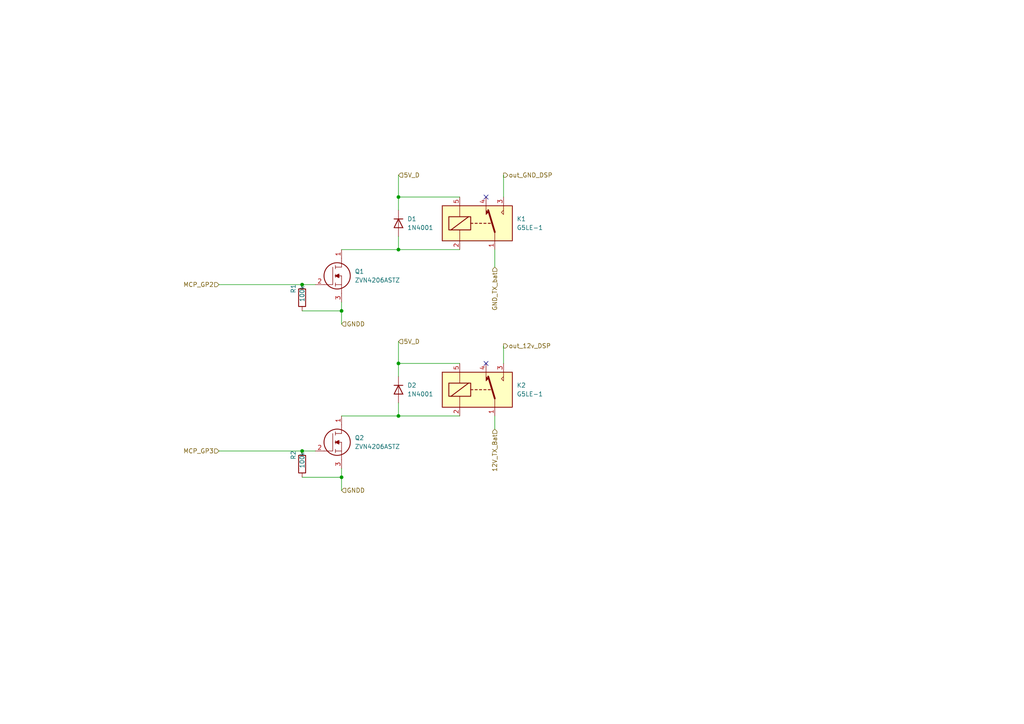
<source format=kicad_sch>
(kicad_sch (version 20211123) (generator eeschema)
  (paper "A4")
  (title_block (title "Relay_switch_dsp"))
  (lib_symbols
    (symbol "Device:R" (pin_numbers hide) (pin_names (offset 0))
      (property "Reference" "R" (at 2.032 0 90))
      (property "Value" "R" (at 0 0 90))
      (symbol "R_0_1"
        (rectangle (start -1.016 -2.54) (end 1.016 2.54) (stroke (width 0.254)))
      )
      (symbol "R_1_1"
        (pin passive line (at 0 3.81 270) (length 1.27) (name "~") (number "1"))
        (pin passive line (at 0 -3.81 90) (length 1.27) (name "~") (number "2"))
      )
    )
    (symbol "Diode:1N4001" (pin_numbers hide) (pin_names (offset 1.016) hide)
      (property "Reference" "D" (at 0 2.54 0))
      (property "Value" "1N4001" (at 0 -2.54 0))
      (symbol "1N4001_0_1"
        (polyline (pts (xy -1.27 1.27) (xy -1.27 -1.27)) (stroke (width 0.254)))
        (polyline (pts (xy 1.27 0) (xy -1.27 0)))
        (polyline (pts (xy 1.27 1.27) (xy 1.27 -1.27) (xy -1.27 0) (xy 1.27 1.27)) (stroke (width 0.254)))
      )
      (symbol "1N4001_1_1"
        (pin passive line (at -3.81 0 0) (length 2.54) (name "K") (number "1"))
        (pin passive line (at 3.81 0 180) (length 2.54) (name "A") (number "2"))
      )
    )
    (symbol "Relay:G5LE-1"
      (property "Reference" "K" (at 11.43 3.81 0))
      (property "Value" "G5LE-1" (at 11.43 1.27 0))
      (symbol "G5LE-1_0_0"
        (polyline (pts (xy 7.62 5.08) (xy 7.62 2.54) (xy 6.985 3.175) (xy 7.62 3.81)))
      )
      (symbol "G5LE-1_0_1"
        (rectangle (start -10.16 5.08) (end 10.16 -5.08) (stroke (width 0.254)) (fill (type background)))
        (rectangle (start -8.255 1.905) (end -1.905 -1.905) (stroke (width 0.254)))
        (polyline (pts (xy -7.62 -1.905) (xy -2.54 1.905)) (stroke (width 0.254)))
        (polyline (pts (xy -5.08 -5.08) (xy -5.08 -1.905)))
        (polyline (pts (xy -5.08 5.08) (xy -5.08 1.905)))
        (polyline (pts (xy -1.905 0) (xy -1.27 0)) (stroke (width 0.254)))
        (polyline (pts (xy -0.635 0) (xy 0 0)) (stroke (width 0.254)))
        (polyline (pts (xy 0.635 0) (xy 1.27 0)) (stroke (width 0.254)))
        (polyline (pts (xy 1.905 0) (xy 2.54 0)) (stroke (width 0.254)))
        (polyline (pts (xy 3.175 0) (xy 3.81 0)) (stroke (width 0.254)))
        (polyline (pts (xy 5.08 -2.54) (xy 3.175 3.81)) (stroke (width 0.508)))
        (polyline (pts (xy 5.08 -2.54) (xy 5.08 -5.08)))
        (polyline (pts (xy 2.54 5.08) (xy 2.54 2.54) (xy 3.175 3.175) (xy 2.54 3.81)) (fill (type outline)))
      )
      (symbol "G5LE-1_1_1"
        (pin passive line (at 5.08 -7.62 90) (length 2.54) (name "~") (number "1"))
        (pin passive line (at -5.08 -7.62 90) (length 2.54) (name "~") (number "2"))
        (pin passive line (at 7.62 7.62 270) (length 2.54) (name "~") (number "3"))
        (pin passive line (at 2.54 7.62 270) (length 2.54) (name "~") (number "4"))
        (pin passive line (at -5.08 7.62 270) (length 2.54) (name "~") (number "5"))
      )
    )
    (symbol "ZVN4206A:ZVN4206ASTZ" (pin_names (offset 0.762))
      (property "Reference" "Q" (at 11.43 3.81 0))
      (property "Value" "ZVN4206ASTZ" (at 11.43 1.27 0))
      (symbol "ZVN4206ASTZ_0_0"
        (pin passive line (at 7.62 10.16 270) (length 2.54) (name "~") (number "1"))
        (pin passive line (at 0 0 0) (length 2.54) (name "~") (number "2"))
        (pin passive line (at 7.62 -5.08 90) (length 2.54) (name "~") (number "3"))
      )
      (symbol "ZVN4206ASTZ_0_1"
        (polyline (pts (xy 5.842 -0.508) (xy 5.842 0.508)) (stroke (width 0.1524)))
        (polyline (pts (xy 5.842 0) (xy 7.62 0)) (stroke (width 0.1524)))
        (polyline (pts (xy 5.842 2.032) (xy 5.842 3.048)) (stroke (width 0.1524)))
        (polyline (pts (xy 5.842 5.588) (xy 5.842 4.572)) (stroke (width 0.1524)))
        (polyline (pts (xy 7.62 2.54) (xy 5.842 2.54)) (stroke (width 0.1524)))
        (polyline (pts (xy 7.62 2.54) (xy 7.62 -2.54)) (stroke (width 0.1524)))
        (polyline (pts (xy 7.62 5.08) (xy 5.842 5.08)) (stroke (width 0.1524)))
        (polyline (pts (xy 7.62 5.08) (xy 7.62 7.62)) (stroke (width 0.1524)))
        (polyline (pts (xy 2.54 0) (xy 5.08 0) (xy 5.08 5.08)) (stroke (width 0.1524)))
        (polyline (pts (xy 5.842 2.54) (xy 6.858 3.048) (xy 6.858 2.032) (xy 5.842 2.54)) (stroke (width 0.254)) (fill (type outline)))
        (circle (center 6.35 2.54) (radius 3.81) (stroke (width 0.254)))
      )
    )
  )
  (junction (at 115.57 57.15))
  (junction (at 99.06 90.17))
  (junction (at 87.63 130.81))
  (junction (at 115.57 105.41))
  (junction (at 87.63 82.55))
  (junction (at 99.06 138.43))
  (junction (at 115.57 120.65))
  (junction (at 115.57 72.39))
  (no_connect (at 140.97 57.15))
  (no_connect (at 140.97 105.41))
  (wire (pts (xy 146.05 50.8) (xy 146.05 57.15)))
  (wire (pts (xy 99.06 135.89) (xy 99.06 138.43)))
  (wire (pts (xy 99.06 90.17) (xy 99.06 93.98)))
  (wire (pts (xy 115.57 120.65) (xy 133.35 120.65)))
  (wire (pts (xy 115.57 57.15) (xy 115.57 60.96)))
  (wire (pts (xy 99.06 120.65) (xy 115.57 120.65)))
  (wire (pts (xy 87.63 82.55) (xy 91.44 82.55)))
  (wire (pts (xy 143.51 120.65) (xy 143.51 124.46)))
  (wire (pts (xy 99.06 87.63) (xy 99.06 90.17)))
  (wire (pts (xy 143.51 72.39) (xy 143.51 77.47)))
  (wire (pts (xy 115.57 99.06) (xy 115.57 105.41)))
  (wire (pts (xy 87.63 130.81) (xy 91.44 130.81)))
  (wire (pts (xy 99.06 72.39) (xy 115.57 72.39)))
  (wire (pts (xy 99.06 138.43) (xy 99.06 142.24)))
  (wire (pts (xy 133.35 105.41) (xy 115.57 105.41)))
  (wire (pts (xy 115.57 50.8) (xy 115.57 57.15)))
  (wire (pts (xy 146.05 100.33) (xy 146.05 105.41)))
  (wire (pts (xy 63.5 82.55) (xy 87.63 82.55)))
  (wire (pts (xy 115.57 105.41) (xy 115.57 109.22)))
  (wire (pts (xy 115.57 68.58) (xy 115.57 72.39)))
  (wire (pts (xy 99.06 90.17) (xy 87.63 90.17)))
  (wire (pts (xy 133.35 57.15) (xy 115.57 57.15)))
  (wire (pts (xy 115.57 72.39) (xy 133.35 72.39)))
  (wire (pts (xy 99.06 138.43) (xy 87.63 138.43)))
  (wire (pts (xy 115.57 116.84) (xy 115.57 120.65)))
  (wire (pts (xy 63.5 130.81) (xy 87.63 130.81)))
  (hierarchical_label "out_GND_DSP" (shape output) (at 146.05 50.8 0))
  (hierarchical_label "out_12v_DSP" (shape output) (at 146.05 100.33 0))
  (hierarchical_label "GNDD" (shape input) (at 99.06 142.24 0))
  (hierarchical_label "5V_D" (shape input) (at 115.57 99.06 0))
  (hierarchical_label "12V_TX_Bat" (shape input) (at 143.51 124.46 270))
  (hierarchical_label "5V_D" (shape input) (at 115.57 50.8 0))
  (hierarchical_label "MCP_GP2" (shape input) (at 63.5 82.55 180))
  (hierarchical_label "GND_TX_bat" (shape input) (at 143.51 77.47 270))
  (hierarchical_label "GNDD" (shape input) (at 99.06 93.98 0))
  (hierarchical_label "MCP_GP3" (shape input) (at 63.5 130.81 180))
  (symbol (lib_id "ZVN4206A:ZVN4206ASTZ") (at 91.44 130.81 0) (unit 1)
    (property "Reference" "Q2" (at 102.87 126.9999 0) (effects (justify left)))
    (property "Value" "ZVN4206ASTZ" (at 102.87 129.5399 0) (effects (justify left)))
    (property "Footprint" "Package_TO_SOT_THT:TO-92L_Inline" (effects hide))
    (property "Datasheet" "https://www.diodes.com/assets/Datasheets/ZVN4206A.pdf" (effects hide))
    (property "Description" "N-Channel 60 V 600mA (Ta) 700mW (Ta) Through Hole E-Line (TO-92 compatible)" (effects hide))
    (property "Height" "4.01" (effects hide))
    (property "Manufacturer_Name" "Diodes Inc." (effects hide))
    (property "Manufacturer_Part_Number" "ZVN4206ASTZ" (effects hide))
    (property "Mouser Part Number" "522-ZVN4206ASTZ" (effects hide))
    (property "Mouser Price/Stock" "https://www.mouser.co.uk/ProductDetail/Diodes-Incorporated/ZVN4206ASTZ?qs=OlC7AqGiEDlGIiNe7stL%252BQ%3D%3D" (effects hide))
    (property "Arrow Part Number" "ZVN4206ASTZ" (effects hide))
    (property "Arrow Price/Stock" "https://www.arrow.com/en/products/zvn4206astz/diodes-incorporated?region=nac" (effects hide))
  )
  (symbol (lib_id "Relay:G5LE-1") (at 138.43 64.77 0) (unit 1)
    (property "Reference" "K1" (at 149.86 63.4999 0) (effects (justify left)))
    (property "Value" "G5LE-1" (at 149.86 66.0399 0) (effects (justify left)))
    (property "Footprint" "Relay_THT:Relay_SPDT_Omron-G5LE-1" (effects hide))
    (property "Datasheet" "http://www.omron.com/ecb/products/pdf/en-g5le.pdf" (effects hide))
  )
  (symbol (lib_id "Relay:G5LE-1") (at 138.43 113.03 0) (unit 1)
    (property "Reference" "K2" (at 149.86 111.7599 0) (effects (justify left)))
    (property "Value" "G5LE-1" (at 149.86 114.2999 0) (effects (justify left)))
    (property "Footprint" "Relay_THT:Relay_SPDT_Omron-G5LE-1" (effects hide))
    (property "Datasheet" "http://www.omron.com/ecb/products/pdf/en-g5le.pdf" (effects hide))
  )
  (symbol (lib_id "Diode:1N4001") (at 115.57 113.03 270) (unit 1)
    (property "Reference" "D2" (at 118.11 111.7599 90) (effects (justify left)))
    (property "Value" "1N4001" (at 118.11 114.2999 90) (effects (justify left)))
    (property "Footprint" "Diode_THT:D_DO-41_SOD81_P10.16mm_Horizontal" (effects hide))
    (property "Datasheet" "http://www.vishay.com/docs/88503/1n4001.pdf" (effects hide))
  )
  (symbol (lib_id "ZVN4206A:ZVN4206ASTZ") (at 91.44 82.55 0) (unit 1)
    (property "Reference" "Q1" (at 102.87 78.7399 0) (effects (justify left)))
    (property "Value" "ZVN4206ASTZ" (at 102.87 81.2799 0) (effects (justify left)))
    (property "Footprint" "Package_TO_SOT_THT:TO-92L_Inline" (effects hide))
    (property "Datasheet" "https://www.diodes.com/assets/Datasheets/ZVN4206A.pdf" (effects hide))
    (property "Description" "N-Channel 60 V 600mA (Ta) 700mW (Ta) Through Hole E-Line (TO-92 compatible)" (effects hide))
    (property "Height" "4.01" (effects hide))
    (property "Manufacturer_Name" "Diodes Inc." (effects hide))
    (property "Manufacturer_Part_Number" "ZVN4206ASTZ" (effects hide))
    (property "Mouser Part Number" "522-ZVN4206ASTZ" (effects hide))
    (property "Mouser Price/Stock" "https://www.mouser.co.uk/ProductDetail/Diodes-Incorporated/ZVN4206ASTZ?qs=OlC7AqGiEDlGIiNe7stL%252BQ%3D%3D" (effects hide))
    (property "Arrow Part Number" "ZVN4206ASTZ" (effects hide))
    (property "Arrow Price/Stock" "https://www.arrow.com/en/products/zvn4206astz/diodes-incorporated?region=nac" (effects hide))
  )
  (symbol (lib_id "Diode:1N4001") (at 115.57 64.77 270) (unit 1)
    (property "Reference" "D1" (at 118.11 63.4999 90) (effects (justify left)))
    (property "Value" "1N4001" (at 118.11 66.0399 90) (effects (justify left)))
    (property "Footprint" "Diode_THT:D_DO-41_SOD81_P10.16mm_Horizontal" (effects hide))
    (property "Datasheet" "http://www.vishay.com/docs/88503/1n4001.pdf" (effects hide))
  )
  (symbol (lib_id "Device:R") (at 87.63 86.36 0) (unit 1)
    (property "Reference" "R1" (at 85.09 85.09 90) (effects (justify left)))
    (property "Value" "100k" (at 87.63 87.63 90) (effects (justify left)))
    (property "Footprint" "Resistor_THT:R_Axial_DIN0207_L6.3mm_D2.5mm_P7.62mm_Horizontal" (effects hide))
  )
  (symbol (lib_id "Device:R") (at 87.63 134.62 0) (unit 1)
    (property "Reference" "R2" (at 85.09 133.35 90) (effects (justify left)))
    (property "Value" "100k" (at 87.63 135.89 90) (effects (justify left)))
    (property "Footprint" "Resistor_THT:R_Axial_DIN0207_L6.3mm_D2.5mm_P7.62mm_Horizontal" (effects hide))
  )
)
</source>
